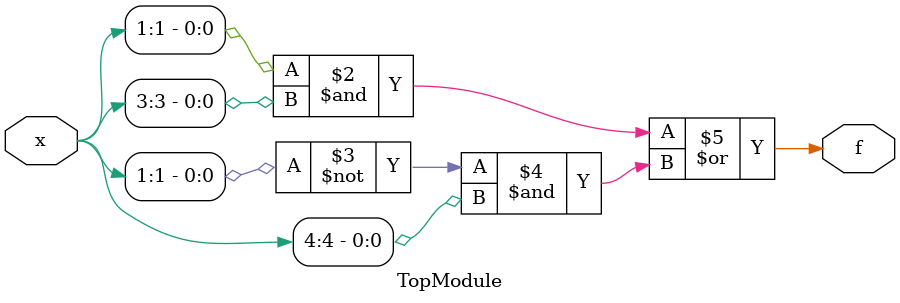
<source format=sv>

module TopModule (
  input [4:1] x,
  output logic f
);

always @(*) begin
  // Simplified boolean expression from Karnaugh map
  // f = x[1] & x[3] | ~x[1] & x[4]
  f = (x[1] & x[3]) | (~x[1] & x[4]);
end
endmodule

</source>
